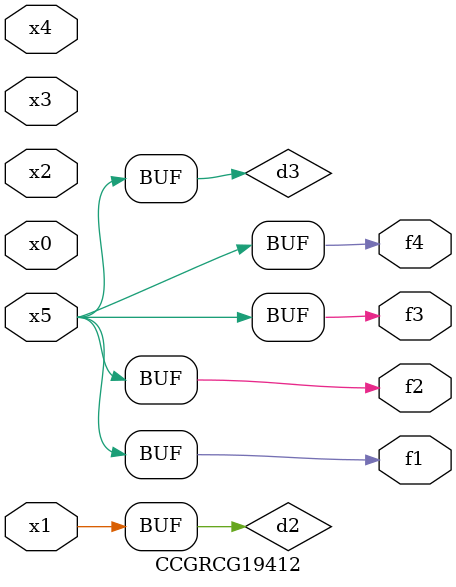
<source format=v>
module CCGRCG19412(
	input x0, x1, x2, x3, x4, x5,
	output f1, f2, f3, f4
);

	wire d1, d2, d3;

	not (d1, x5);
	or (d2, x1);
	xnor (d3, d1);
	assign f1 = d3;
	assign f2 = d3;
	assign f3 = d3;
	assign f4 = d3;
endmodule

</source>
